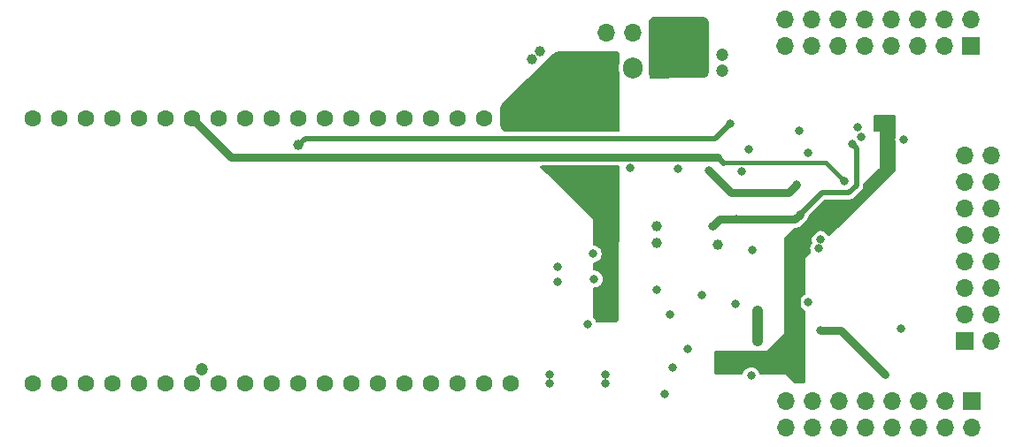
<source format=gbr>
%TF.GenerationSoftware,KiCad,Pcbnew,(6.0.5-0)*%
%TF.CreationDate,2022-06-25T13:44:39+01:00*%
%TF.ProjectId,revised_minh_design,72657669-7365-4645-9f6d-696e685f6465,rev?*%
%TF.SameCoordinates,Original*%
%TF.FileFunction,Copper,L3,Inr*%
%TF.FilePolarity,Positive*%
%FSLAX46Y46*%
G04 Gerber Fmt 4.6, Leading zero omitted, Abs format (unit mm)*
G04 Created by KiCad (PCBNEW (6.0.5-0)) date 2022-06-25 13:44:39*
%MOMM*%
%LPD*%
G01*
G04 APERTURE LIST*
%TA.AperFunction,ComponentPad*%
%ADD10O,1.700000X1.700000*%
%TD*%
%TA.AperFunction,ComponentPad*%
%ADD11R,1.700000X1.700000*%
%TD*%
%TA.AperFunction,ComponentPad*%
%ADD12R,1.905000X2.000000*%
%TD*%
%TA.AperFunction,ComponentPad*%
%ADD13O,1.905000X2.000000*%
%TD*%
%TA.AperFunction,ComponentPad*%
%ADD14C,1.600000*%
%TD*%
%TA.AperFunction,ViaPad*%
%ADD15C,0.800000*%
%TD*%
%TA.AperFunction,ViaPad*%
%ADD16C,1.200000*%
%TD*%
%TA.AperFunction,ViaPad*%
%ADD17C,1.000000*%
%TD*%
%TA.AperFunction,Conductor*%
%ADD18C,0.800000*%
%TD*%
%TA.AperFunction,Conductor*%
%ADD19C,0.600000*%
%TD*%
%TA.AperFunction,Conductor*%
%ADD20C,1.000000*%
%TD*%
%TA.AperFunction,Conductor*%
%ADD21C,1.200000*%
%TD*%
%TA.AperFunction,Conductor*%
%ADD22C,0.500000*%
%TD*%
%TA.AperFunction,Conductor*%
%ADD23C,0.250000*%
%TD*%
%TA.AperFunction,Conductor*%
%ADD24C,0.400000*%
%TD*%
G04 APERTURE END LIST*
D10*
%TO.N,Earth*%
%TO.C,J4*%
X124079000Y-79375000D03*
%TO.N,VoutA*%
X124079000Y-76835000D03*
%TO.N,Earth*%
X126619000Y-79375000D03*
%TO.N,VoutC*%
X126619000Y-76835000D03*
%TO.N,Earth*%
X129159000Y-79375000D03*
%TO.N,VoutE*%
X129159000Y-76835000D03*
%TO.N,Earth*%
X131699000Y-79375000D03*
%TO.N,VoutG*%
X131699000Y-76835000D03*
%TO.N,Earth*%
X134239000Y-79375000D03*
%TO.N,VoutH*%
X134239000Y-76835000D03*
%TO.N,Earth*%
X136779000Y-79375000D03*
%TO.N,VoutF*%
X136779000Y-76835000D03*
%TO.N,Earth*%
X139319000Y-79375000D03*
%TO.N,VoutD*%
X139319000Y-76835000D03*
%TO.N,Earth*%
X141859000Y-79375000D03*
D11*
%TO.N,VoutB*%
X141859000Y-76835000D03*
%TD*%
%TO.N,ADC2_1*%
%TO.C,J3*%
X141204000Y-71105000D03*
D10*
%TO.N,Earth*%
X143744000Y-71105000D03*
%TO.N,ADC2_2*%
X141204000Y-68565000D03*
%TO.N,Earth*%
X143744000Y-68565000D03*
%TO.N,ADC2_3*%
X141204000Y-66025000D03*
%TO.N,Earth*%
X143744000Y-66025000D03*
%TO.N,ADC2_4*%
X141204000Y-63485000D03*
%TO.N,Earth*%
X143744000Y-63485000D03*
%TO.N,ADC2_5*%
X141204000Y-60945000D03*
%TO.N,Earth*%
X143744000Y-60945000D03*
%TO.N,ADC2_6*%
X141204000Y-58405000D03*
%TO.N,Earth*%
X143744000Y-58405000D03*
%TO.N,ADC2_7*%
X141204000Y-55865000D03*
%TO.N,Earth*%
X143744000Y-55865000D03*
%TO.N,ADC2_8*%
X141204000Y-53325000D03*
%TO.N,Earth*%
X143744000Y-53325000D03*
%TD*%
D11*
%TO.N,ADC1_1*%
%TO.C,J2*%
X141844000Y-42799000D03*
D10*
%TO.N,Earth*%
X141844000Y-40259000D03*
%TO.N,ADC1_2*%
X139304000Y-42799000D03*
%TO.N,Earth*%
X139304000Y-40259000D03*
%TO.N,ADC1_3*%
X136764000Y-42799000D03*
%TO.N,Earth*%
X136764000Y-40259000D03*
%TO.N,ADC1_4*%
X134224000Y-42799000D03*
%TO.N,Earth*%
X134224000Y-40259000D03*
%TO.N,ADC1_5*%
X131684000Y-42799000D03*
%TO.N,Earth*%
X131684000Y-40259000D03*
%TO.N,ADC1_6*%
X129144000Y-42799000D03*
%TO.N,Earth*%
X129144000Y-40259000D03*
%TO.N,ADC1_7*%
X126604000Y-42799000D03*
%TO.N,Earth*%
X126604000Y-40259000D03*
%TO.N,ADC1_8*%
X124064000Y-42799000D03*
%TO.N,Earth*%
X124064000Y-40259000D03*
%TD*%
D12*
%TO.N,+12V*%
%TO.C,U2*%
X112014000Y-44902000D03*
D13*
%TO.N,Earth*%
X109474000Y-44902000D03*
%TO.N,+5V*%
X106934000Y-44902000D03*
%TD*%
D11*
%TO.N,+12V*%
%TO.C,J1*%
X112014000Y-41529000D03*
D10*
%TO.N,Earth*%
X109474000Y-41529000D03*
X106934000Y-41529000D03*
%TD*%
D14*
%TO.N,unconnected-(U1-Pad1)*%
%TO.C,U1*%
X97785000Y-75184000D03*
%TO.N,unconnected-(U1-Pad2)*%
X95245000Y-75184000D03*
%TO.N,unconnected-(U1-Pad3)*%
X92705000Y-75184000D03*
%TO.N,unconnected-(U1-Pad4)*%
X90165000Y-75184000D03*
%TO.N,unconnected-(U1-Pad5)*%
X87625000Y-75184000D03*
%TO.N,unconnected-(U1-Pad6)*%
X85085000Y-75184000D03*
%TO.N,unconnected-(U1-Pad7)*%
X82545000Y-75184000D03*
%TO.N,LDAC*%
X80005000Y-75184000D03*
%TO.N,~{CLR}*%
X77465000Y-75184000D03*
%TO.N,unconnected-(U1-Pad10)*%
X74925000Y-75184000D03*
%TO.N,unconnected-(U1-Pad11)*%
X72385000Y-75184000D03*
%TO.N,unconnected-(U1-Pad12)*%
X69845000Y-75184000D03*
%TO.N,Earth*%
X67305000Y-75184000D03*
%TO.N,unconnected-(U1-Pad14)*%
X64765000Y-75184000D03*
%TO.N,unconnected-(U1-Pad15)*%
X62225000Y-75184000D03*
%TO.N,unconnected-(U1-Pad16)*%
X59685000Y-75184000D03*
%TO.N,unconnected-(U1-Pad17)*%
X57145000Y-75184000D03*
%TO.N,unconnected-(U1-Pad18)*%
X54605000Y-75184000D03*
%TO.N,Earth*%
X52065000Y-75184000D03*
%TO.N,unconnected-(U1-Pad20)*%
X52102143Y-49789715D03*
%TO.N,unconnected-(U1-Pad21)*%
X54599014Y-49789715D03*
%TO.N,unconnected-(U1-Pad22)*%
X57145000Y-49784000D03*
%TO.N,unconnected-(U1-Pad23)*%
X59713572Y-49789715D03*
%TO.N,unconnected-(U1-Pad24)*%
X62250715Y-49789715D03*
%TO.N,MDAT*%
X64765000Y-49784000D03*
%TO.N,~{ADC2_CS}*%
X67305000Y-49784000D03*
%TO.N,~{ADC1_CS}*%
X69845000Y-49784000D03*
%TO.N,unconnected-(U1-Pad28)*%
X72385000Y-49784000D03*
%TO.N,unconnected-(U1-Pad29)*%
X74925000Y-49784000D03*
%TO.N,~{DAC_CS}*%
X77465000Y-49784000D03*
%TO.N,SK*%
X80010715Y-49789715D03*
%TO.N,SI*%
X82547858Y-49789715D03*
%TO.N,Earth*%
X85085000Y-49784000D03*
%TO.N,SO*%
X87625000Y-49784000D03*
%TO.N,unconnected-(U1-Pad35)*%
X90165000Y-49784000D03*
%TO.N,unconnected-(U1-Pad36)*%
X92705000Y-49784000D03*
%TO.N,unconnected-(U1-Pad37)*%
X95245000Y-49784000D03*
%TO.N,+5V*%
X97785000Y-49784000D03*
%TD*%
D15*
%TO.N,Earth*%
X127254000Y-62230011D03*
X106807000Y-75184000D03*
X130937000Y-50594500D03*
D16*
X117983000Y-43688000D03*
D15*
X113284000Y-73660000D03*
X126259500Y-67399500D03*
X127381000Y-61349500D03*
X113792000Y-54610000D03*
D17*
X117602000Y-61849000D03*
D15*
X102305000Y-65405000D03*
D16*
X117983000Y-45212000D03*
D15*
X114681000Y-71844489D03*
X105156000Y-69469000D03*
X101473000Y-75184000D03*
X101473000Y-74295000D03*
X126238000Y-53086000D03*
X105778495Y-65149065D03*
D16*
X68199000Y-73787000D03*
D17*
X100584000Y-43307000D03*
D15*
X105664000Y-62738000D03*
X120523000Y-52705000D03*
X119253000Y-67564000D03*
X106807000Y-74295000D03*
X102305000Y-64008000D03*
X125391819Y-50949902D03*
X112522000Y-76200000D03*
X113030000Y-68585009D03*
X135143100Y-69860114D03*
X116078000Y-66675000D03*
X135382000Y-51816000D03*
X120904000Y-62357000D03*
X120777923Y-74417599D03*
X119888000Y-54864000D03*
D17*
X99822000Y-44069000D03*
X111760000Y-61722000D03*
X111760000Y-60071000D03*
D15*
X131318000Y-51562000D03*
X109220000Y-54466500D03*
X111760000Y-66167000D03*
%TO.N,+5V*%
X102235000Y-54864000D03*
D16*
X102362000Y-44831000D03*
D15*
X107696000Y-62738000D03*
%TO.N,+3.3VA*%
X130429000Y-52197000D03*
X119380000Y-59436000D03*
X125466083Y-58950433D03*
X117094000Y-60071000D03*
%TO.N,+3.3VDAC*%
X133604000Y-50038000D03*
X125349000Y-74549000D03*
X118237000Y-72898000D03*
X128016000Y-58039000D03*
%TO.N,CLK*%
X116713000Y-54737000D03*
X125095000Y-56134000D03*
%TO.N,LDAC*%
X121412000Y-71120000D03*
X121412000Y-68199000D03*
%TO.N,~{CLR}*%
X127381000Y-70034020D03*
X133604000Y-74295000D03*
%TO.N,MDAT*%
X118745000Y-50292000D03*
D17*
X77470000Y-52324000D03*
D15*
%TO.N,~{ADC2_CS}*%
X129667000Y-55753000D03*
%TD*%
D18*
%TO.N,~{ADC2_CS}*%
X70988000Y-53467000D02*
X67305000Y-49784000D01*
X117602000Y-53467000D02*
X70988000Y-53467000D01*
D19*
X118110000Y-53975000D02*
X117602000Y-53467000D01*
%TO.N,+5V*%
X102235000Y-54864000D02*
X107696000Y-60325000D01*
X107696000Y-60325000D02*
X107696000Y-62738000D01*
D20*
X102362000Y-44831000D02*
X102362000Y-45207000D01*
D21*
X102362000Y-45207000D02*
X97785000Y-49784000D01*
D18*
%TO.N,+3.3VA*%
X117729000Y-59436000D02*
X117094000Y-60071000D01*
X119380000Y-59436000D02*
X117729000Y-59436000D01*
D22*
X127560005Y-56856511D02*
X130155296Y-56856511D01*
D18*
X120777000Y-59436000D02*
X119380000Y-59436000D01*
D22*
X130859073Y-52627073D02*
X130429000Y-52197000D01*
D18*
X124980516Y-59436000D02*
X125466083Y-58950433D01*
D22*
X130859073Y-56152734D02*
X130859073Y-52627073D01*
X130155296Y-56856511D02*
X130859073Y-56152734D01*
X125466083Y-58950433D02*
X127560005Y-56856511D01*
D18*
X120777000Y-59436000D02*
X124980516Y-59436000D01*
D23*
%TO.N,+3.3VDAC*%
X127381000Y-58674000D02*
X127381000Y-60071000D01*
X134112000Y-54356000D02*
X130302000Y-58166000D01*
X127381000Y-60071000D02*
X125349000Y-62103000D01*
X128016000Y-58039000D02*
X127381000Y-58674000D01*
X130302000Y-58166000D02*
X128143000Y-58166000D01*
X118237000Y-72898000D02*
X123698000Y-72898000D01*
X125349000Y-62103000D02*
X125349000Y-74549000D01*
X134112000Y-50546000D02*
X134112000Y-54356000D01*
X128143000Y-58166000D02*
X128016000Y-58039000D01*
X123698000Y-72898000D02*
X125349000Y-74549000D01*
X133604000Y-50038000D02*
X134112000Y-50546000D01*
D18*
%TO.N,CLK*%
X118872000Y-56896000D02*
X124333000Y-56896000D01*
X116713000Y-54737000D02*
X118872000Y-56896000D01*
X124333000Y-56896000D02*
X125095000Y-56134000D01*
D20*
%TO.N,LDAC*%
X121412000Y-68199000D02*
X121412000Y-71120000D01*
D18*
%TO.N,~{CLR}*%
X127381000Y-70034020D02*
X129343020Y-70034020D01*
X129343020Y-70034020D02*
X133604000Y-74295000D01*
D22*
%TO.N,MDAT*%
X78105000Y-51689000D02*
X77470000Y-52324000D01*
X118745000Y-50292000D02*
X117348000Y-51689000D01*
X117348000Y-51689000D02*
X78105000Y-51689000D01*
D24*
%TO.N,~{ADC2_CS}*%
X127889000Y-53975000D02*
X129667000Y-55753000D01*
X118110000Y-53975000D02*
X127889000Y-53975000D01*
%TD*%
%TA.AperFunction,Conductor*%
%TO.N,+12V*%
G36*
X116220949Y-40006307D02*
G01*
X116325761Y-40020060D01*
X116357547Y-40028564D01*
X116447528Y-40065800D01*
X116476024Y-40082240D01*
X116553299Y-40141503D01*
X116576568Y-40164762D01*
X116635864Y-40242009D01*
X116652319Y-40270501D01*
X116689593Y-40360463D01*
X116698111Y-40392244D01*
X116711912Y-40497054D01*
X116712990Y-40513506D01*
X116712892Y-45338603D01*
X116711814Y-45355044D01*
X116698027Y-45459783D01*
X116689519Y-45491545D01*
X116652284Y-45581465D01*
X116635846Y-45609945D01*
X116576618Y-45687161D01*
X116553372Y-45710418D01*
X116476174Y-45769686D01*
X116447702Y-45786135D01*
X116357806Y-45823407D01*
X116326048Y-45831930D01*
X116221310Y-45845765D01*
X116204871Y-45846850D01*
X113549080Y-45848081D01*
X111506405Y-45849027D01*
X111489954Y-45847956D01*
X111433252Y-45840516D01*
X111385135Y-45834202D01*
X111353354Y-45825699D01*
X111263375Y-45788464D01*
X111234875Y-45772022D01*
X111157602Y-45712759D01*
X111134332Y-45689498D01*
X111075036Y-45612250D01*
X111058581Y-45583759D01*
X111057631Y-45581465D01*
X111021307Y-45493794D01*
X111012790Y-45462017D01*
X110998990Y-45357205D01*
X110997912Y-45340753D01*
X110998055Y-40515656D01*
X110999133Y-40499215D01*
X111012921Y-40394475D01*
X111021430Y-40362712D01*
X111058665Y-40272796D01*
X111075102Y-40244318D01*
X111134331Y-40167101D01*
X111157577Y-40143845D01*
X111234773Y-40084578D01*
X111263245Y-40068128D01*
X111353149Y-40030853D01*
X111384901Y-40022333D01*
X111431730Y-40016147D01*
X111489639Y-40008498D01*
X111506077Y-40007413D01*
X112966884Y-40006736D01*
X116204498Y-40005236D01*
X116220949Y-40006307D01*
G37*
%TD.AperFunction*%
%TD*%
%TA.AperFunction,Conductor*%
%TO.N,+5V*%
G36*
X108146121Y-54293902D02*
G01*
X108192614Y-54347558D01*
X108204000Y-54399900D01*
X108204000Y-57534672D01*
X108203998Y-57535364D01*
X108201255Y-58034691D01*
X108201250Y-58035219D01*
X108123033Y-65153027D01*
X108080316Y-69040232D01*
X108059567Y-69108128D01*
X108042928Y-69128431D01*
X107863817Y-69305584D01*
X107801319Y-69339266D01*
X107775213Y-69342000D01*
X106055791Y-69342000D01*
X105987670Y-69321998D01*
X105941177Y-69268342D01*
X105936800Y-69257437D01*
X105890612Y-69124802D01*
X105890610Y-69124799D01*
X105888293Y-69118144D01*
X105792364Y-68964624D01*
X105787398Y-68959623D01*
X105700595Y-68872212D01*
X105666787Y-68809782D01*
X105664000Y-68783428D01*
X105664000Y-66084819D01*
X105684002Y-66016698D01*
X105737658Y-65970205D01*
X105778580Y-65959338D01*
X105911246Y-65947264D01*
X105941771Y-65944486D01*
X105948471Y-65942309D01*
X105948476Y-65942308D01*
X106107239Y-65890723D01*
X106107242Y-65890722D01*
X106113938Y-65888546D01*
X106269433Y-65795852D01*
X106274527Y-65791001D01*
X106274531Y-65790998D01*
X106346291Y-65722661D01*
X106400528Y-65671012D01*
X106500706Y-65520231D01*
X106564990Y-65351003D01*
X106569644Y-65317891D01*
X106589633Y-65175662D01*
X106589634Y-65175654D01*
X106590184Y-65171738D01*
X106590501Y-65149065D01*
X106570322Y-64969166D01*
X106510788Y-64798209D01*
X106414859Y-64644689D01*
X106300915Y-64529947D01*
X106292264Y-64521235D01*
X106292260Y-64521232D01*
X106287301Y-64516238D01*
X106134455Y-64419239D01*
X106080280Y-64399948D01*
X105970551Y-64360875D01*
X105970549Y-64360874D01*
X105963917Y-64358513D01*
X105956931Y-64357680D01*
X105956927Y-64357679D01*
X105791159Y-64337913D01*
X105791158Y-64337913D01*
X105784164Y-64337079D01*
X105784242Y-64336428D01*
X105721146Y-64317425D01*
X105675026Y-64263448D01*
X105664000Y-64211902D01*
X105664000Y-63663334D01*
X105684002Y-63595213D01*
X105737658Y-63548720D01*
X105778579Y-63537853D01*
X105820256Y-63534060D01*
X105820257Y-63534060D01*
X105827276Y-63533421D01*
X105861783Y-63522209D01*
X105992744Y-63479658D01*
X105992747Y-63479657D01*
X105999443Y-63477481D01*
X106154938Y-63384787D01*
X106160032Y-63379936D01*
X106160036Y-63379933D01*
X106231796Y-63311596D01*
X106286033Y-63259947D01*
X106386211Y-63109166D01*
X106450495Y-62939938D01*
X106475689Y-62760673D01*
X106476006Y-62738000D01*
X106455827Y-62558101D01*
X106396293Y-62387144D01*
X106300364Y-62233624D01*
X106236863Y-62169679D01*
X106177769Y-62110170D01*
X106177765Y-62110167D01*
X106172806Y-62105173D01*
X106019960Y-62008174D01*
X105965785Y-61988883D01*
X105856056Y-61949810D01*
X105856054Y-61949809D01*
X105849422Y-61947448D01*
X105803157Y-61941931D01*
X105775080Y-61938583D01*
X105709807Y-61910655D01*
X105669995Y-61851872D01*
X105664000Y-61813469D01*
X105664000Y-59436000D01*
X101219000Y-55054500D01*
X100645948Y-54489634D01*
X100611475Y-54427568D01*
X100616031Y-54356718D01*
X100658167Y-54299578D01*
X100724507Y-54274289D01*
X100734400Y-54273900D01*
X108078000Y-54273900D01*
X108146121Y-54293902D01*
G37*
%TD.AperFunction*%
%TA.AperFunction,Conductor*%
G36*
X107969931Y-43327002D02*
G01*
X107990905Y-43343905D01*
X108167095Y-43520095D01*
X108201121Y-43582407D01*
X108204000Y-43609190D01*
X108204000Y-44346871D01*
X108196439Y-44389862D01*
X108178276Y-44439901D01*
X108156791Y-44499090D01*
X108155842Y-44504339D01*
X108155841Y-44504342D01*
X108116478Y-44722023D01*
X108116477Y-44722030D01*
X108115740Y-44726107D01*
X108114600Y-44750280D01*
X108114600Y-45007425D01*
X108129190Y-45179373D01*
X108130528Y-45184528D01*
X108130529Y-45184534D01*
X108161773Y-45304910D01*
X108187147Y-45402672D01*
X108192883Y-45415405D01*
X108204000Y-45467153D01*
X108204000Y-50906100D01*
X108183998Y-50974221D01*
X108130342Y-51020714D01*
X108078000Y-51032100D01*
X97189965Y-51032100D01*
X97121844Y-51012098D01*
X97101513Y-50995834D01*
X97079587Y-50974221D01*
X96970061Y-50866260D01*
X96942279Y-50825163D01*
X96783765Y-50446336D01*
X96774000Y-50397700D01*
X96774000Y-48789458D01*
X96783884Y-48740540D01*
X96943010Y-48362827D01*
X96971109Y-48321585D01*
X101851902Y-43557000D01*
X101911456Y-43498865D01*
X101951953Y-43472332D01*
X102335153Y-43316303D01*
X102382668Y-43307000D01*
X107901810Y-43307000D01*
X107969931Y-43327002D01*
G37*
%TD.AperFunction*%
%TD*%
%TA.AperFunction,Conductor*%
%TO.N,+3.3VDAC*%
G36*
X134382170Y-49405421D02*
G01*
X134406073Y-49410175D01*
X134441091Y-49417141D01*
X134486510Y-49435954D01*
X134506329Y-49449196D01*
X134525939Y-49462300D01*
X134560700Y-49497061D01*
X134587045Y-49536488D01*
X134605860Y-49581911D01*
X134617579Y-49640830D01*
X134620000Y-49665410D01*
X134620000Y-51528011D01*
X134612401Y-51571105D01*
X134592762Y-51625063D01*
X134570073Y-51804663D01*
X134587738Y-51984826D01*
X134589962Y-51991511D01*
X134613558Y-52062444D01*
X134620000Y-52102216D01*
X134620000Y-54621037D01*
X134617579Y-54645618D01*
X134605860Y-54704535D01*
X134587046Y-54749956D01*
X134553670Y-54799907D01*
X134538000Y-54819000D01*
X130683000Y-58674000D01*
X130679609Y-58677676D01*
X130679587Y-58677699D01*
X130679401Y-58677900D01*
X130679340Y-58677966D01*
X129623825Y-59822078D01*
X129621916Y-59824102D01*
X129617052Y-59829142D01*
X129613050Y-59833107D01*
X129607936Y-59837951D01*
X129605880Y-59839854D01*
X129118320Y-60281277D01*
X128301765Y-61020562D01*
X128237842Y-61051454D01*
X128167365Y-61042883D01*
X128110345Y-60993926D01*
X128021097Y-60851098D01*
X128017364Y-60845124D01*
X127945989Y-60773249D01*
X127894769Y-60721670D01*
X127894765Y-60721667D01*
X127889806Y-60716673D01*
X127872894Y-60705940D01*
X127811617Y-60667053D01*
X127736960Y-60619674D01*
X127661902Y-60592947D01*
X127573056Y-60561310D01*
X127573054Y-60561309D01*
X127566422Y-60558948D01*
X127559436Y-60558115D01*
X127559432Y-60558114D01*
X127430752Y-60542771D01*
X127386669Y-60537514D01*
X127379666Y-60538250D01*
X127379665Y-60538250D01*
X127333310Y-60543122D01*
X127206634Y-60556436D01*
X127199966Y-60558706D01*
X127041932Y-60612505D01*
X127041929Y-60612506D01*
X127035265Y-60614775D01*
X126881079Y-60709631D01*
X126876048Y-60714558D01*
X126876045Y-60714560D01*
X126825469Y-60764088D01*
X126751740Y-60836288D01*
X126653677Y-60988454D01*
X126651268Y-60995074D01*
X126651267Y-60995075D01*
X126594337Y-61151489D01*
X126591762Y-61158563D01*
X126569073Y-61338163D01*
X126586738Y-61518326D01*
X126601911Y-61563936D01*
X126624166Y-61630838D01*
X126626689Y-61701790D01*
X126610521Y-61738863D01*
X126526677Y-61868965D01*
X126524268Y-61875585D01*
X126524267Y-61875586D01*
X126467171Y-62032455D01*
X126464762Y-62039074D01*
X126442073Y-62218674D01*
X126459738Y-62398837D01*
X126461962Y-62405522D01*
X126507788Y-62543281D01*
X126510311Y-62614233D01*
X126472796Y-62676458D01*
X125984000Y-63119000D01*
X125984000Y-66552630D01*
X125963998Y-66620751D01*
X125913781Y-66664769D01*
X125913765Y-66664775D01*
X125759579Y-66759631D01*
X125754548Y-66764558D01*
X125754545Y-66764560D01*
X125745469Y-66773448D01*
X125630240Y-66886288D01*
X125532177Y-67038454D01*
X125470262Y-67208563D01*
X125447573Y-67388163D01*
X125465238Y-67568326D01*
X125522379Y-67740098D01*
X125526026Y-67746120D01*
X125526027Y-67746122D01*
X125575674Y-67828099D01*
X125616156Y-67894942D01*
X125741908Y-68025161D01*
X125893385Y-68124285D01*
X125899985Y-68126740D01*
X125899988Y-68126741D01*
X125901926Y-68127462D01*
X125902992Y-68128259D01*
X125906275Y-68129917D01*
X125905984Y-68130494D01*
X125958800Y-68169957D01*
X125983671Y-68236455D01*
X125984000Y-68245557D01*
X125984000Y-74921590D01*
X125981579Y-74946170D01*
X125969860Y-75005089D01*
X125951045Y-75050512D01*
X125924700Y-75089939D01*
X125889939Y-75124700D01*
X125870329Y-75137804D01*
X125850510Y-75151046D01*
X125805091Y-75169859D01*
X125770073Y-75176825D01*
X125746170Y-75181579D01*
X125721590Y-75184000D01*
X125083963Y-75184000D01*
X125059382Y-75181579D01*
X125054254Y-75180559D01*
X125000464Y-75169859D01*
X124955044Y-75151046D01*
X124905093Y-75117670D01*
X124886000Y-75102000D01*
X124079000Y-74295000D01*
X121679247Y-74295000D01*
X121611126Y-74274998D01*
X121564633Y-74221342D01*
X121560256Y-74210438D01*
X121556948Y-74200939D01*
X121510216Y-74066743D01*
X121414287Y-73913223D01*
X121334343Y-73832719D01*
X121291692Y-73789769D01*
X121291688Y-73789766D01*
X121286729Y-73784772D01*
X121269817Y-73774039D01*
X121207779Y-73734669D01*
X121133883Y-73687773D01*
X121059533Y-73661298D01*
X120969979Y-73629409D01*
X120969977Y-73629408D01*
X120963345Y-73627047D01*
X120956359Y-73626214D01*
X120956355Y-73626213D01*
X120827675Y-73610870D01*
X120783592Y-73605613D01*
X120776589Y-73606349D01*
X120776588Y-73606349D01*
X120730233Y-73611221D01*
X120603557Y-73624535D01*
X120596889Y-73626805D01*
X120438855Y-73680604D01*
X120438852Y-73680605D01*
X120432188Y-73682874D01*
X120278002Y-73777730D01*
X120272971Y-73782657D01*
X120272968Y-73782659D01*
X120221849Y-73832719D01*
X120148663Y-73904387D01*
X120050600Y-74056553D01*
X120048191Y-74063173D01*
X120048190Y-74063174D01*
X119993987Y-74212095D01*
X119951893Y-74269266D01*
X119885571Y-74294604D01*
X119875586Y-74295000D01*
X117483410Y-74295000D01*
X117458830Y-74292579D01*
X117434927Y-74287825D01*
X117399909Y-74280859D01*
X117354490Y-74262046D01*
X117334671Y-74248804D01*
X117315061Y-74235700D01*
X117280300Y-74200939D01*
X117253955Y-74161512D01*
X117235140Y-74116089D01*
X117223421Y-74057170D01*
X117221000Y-74032590D01*
X117221000Y-72271410D01*
X117223421Y-72246830D01*
X117235140Y-72187911D01*
X117253955Y-72142488D01*
X117280300Y-72103061D01*
X117315061Y-72068300D01*
X117334671Y-72055196D01*
X117354490Y-72041954D01*
X117399909Y-72023141D01*
X117434927Y-72016175D01*
X117458830Y-72011421D01*
X117483410Y-72009000D01*
X121219223Y-72009000D01*
X121245420Y-72011753D01*
X121310224Y-72025528D01*
X121310228Y-72025528D01*
X121316681Y-72026900D01*
X121507319Y-72026900D01*
X121513772Y-72025528D01*
X121513776Y-72025528D01*
X121578580Y-72011753D01*
X121604777Y-72009000D01*
X122301000Y-72009000D01*
X123952000Y-70358000D01*
X123952000Y-61327312D01*
X123954321Y-61303237D01*
X123965568Y-61245459D01*
X123983629Y-61200826D01*
X124006575Y-61165553D01*
X124015725Y-61151489D01*
X124030797Y-61132576D01*
X124109303Y-61051454D01*
X124854636Y-60281277D01*
X124916381Y-60246235D01*
X124945179Y-60242900D01*
X124971271Y-60242900D01*
X124972591Y-60242907D01*
X125062574Y-60243850D01*
X125104864Y-60234706D01*
X125117431Y-60232648D01*
X125145349Y-60229517D01*
X125153417Y-60228612D01*
X125153418Y-60228612D01*
X125160415Y-60227827D01*
X125192018Y-60216822D01*
X125206814Y-60212663D01*
X125232626Y-60207082D01*
X125232625Y-60207082D01*
X125239513Y-60205593D01*
X125245898Y-60202616D01*
X125245900Y-60202615D01*
X125278713Y-60187314D01*
X125290524Y-60182518D01*
X125331372Y-60168293D01*
X125337347Y-60164559D01*
X125337352Y-60164557D01*
X125359744Y-60150565D01*
X125373258Y-60143227D01*
X125403579Y-60129088D01*
X125409150Y-60124767D01*
X125437750Y-60102583D01*
X125448207Y-60095288D01*
X125478914Y-60076100D01*
X125478918Y-60076097D01*
X125484892Y-60072364D01*
X125513638Y-60043818D01*
X125514264Y-60043233D01*
X125514927Y-60042718D01*
X125540847Y-60016798D01*
X125613343Y-59944806D01*
X125614000Y-59943771D01*
X125615098Y-59942547D01*
X126027251Y-59530394D01*
X126029454Y-59528243D01*
X126065029Y-59494365D01*
X126088116Y-59472380D01*
X126115661Y-59430921D01*
X126122138Y-59422039D01*
X126148800Y-59388641D01*
X126148803Y-59388636D01*
X126153197Y-59383132D01*
X126164913Y-59358896D01*
X126173401Y-59344015D01*
X126184398Y-59327463D01*
X126188294Y-59321599D01*
X126205972Y-59275062D01*
X126210320Y-59264966D01*
X126228918Y-59226495D01*
X126228919Y-59226493D01*
X126231985Y-59220150D01*
X126238038Y-59193931D01*
X126243022Y-59177529D01*
X126250074Y-59158965D01*
X126250076Y-59158958D01*
X126252578Y-59152371D01*
X126256430Y-59124963D01*
X126285718Y-59060289D01*
X126292109Y-59053404D01*
X127795197Y-57550316D01*
X127857509Y-57516290D01*
X127884292Y-57513411D01*
X130073452Y-57513411D01*
X130085262Y-57513968D01*
X130092985Y-57515694D01*
X130100910Y-57515445D01*
X130100911Y-57515445D01*
X130163648Y-57513473D01*
X130167606Y-57513411D01*
X130196624Y-57513411D01*
X130200559Y-57512914D01*
X130200988Y-57512860D01*
X130212824Y-57511928D01*
X130258874Y-57510480D01*
X130279391Y-57504519D01*
X130298756Y-57500508D01*
X130303367Y-57499926D01*
X130312100Y-57498823D01*
X130312102Y-57498823D01*
X130319959Y-57497830D01*
X130327324Y-57494914D01*
X130327328Y-57494913D01*
X130362792Y-57480872D01*
X130374022Y-57477027D01*
X130410642Y-57466388D01*
X130418256Y-57464176D01*
X130436652Y-57453297D01*
X130454404Y-57444600D01*
X130456686Y-57443696D01*
X130474275Y-57436732D01*
X130511544Y-57409655D01*
X130521463Y-57403140D01*
X130554284Y-57383729D01*
X130554288Y-57383726D01*
X130561114Y-57379689D01*
X130576222Y-57364581D01*
X130591256Y-57351740D01*
X130602135Y-57343836D01*
X130608549Y-57339176D01*
X130637913Y-57303681D01*
X130645903Y-57294900D01*
X131265700Y-56675104D01*
X131274447Y-56667145D01*
X131281125Y-56662907D01*
X131329528Y-56611363D01*
X131332282Y-56608522D01*
X131352795Y-56588009D01*
X131355506Y-56584514D01*
X131363205Y-56575501D01*
X131389312Y-56547699D01*
X131394740Y-56541919D01*
X131405036Y-56523191D01*
X131415889Y-56506668D01*
X131417054Y-56505166D01*
X131428988Y-56489781D01*
X131447283Y-56447504D01*
X131452498Y-56436859D01*
X131474698Y-56396477D01*
X131480015Y-56375769D01*
X131486420Y-56357062D01*
X131487116Y-56355455D01*
X131494903Y-56337460D01*
X131502109Y-56291966D01*
X131504516Y-56280344D01*
X131514002Y-56243399D01*
X131514003Y-56243395D01*
X131515973Y-56235720D01*
X131515973Y-56214349D01*
X131517524Y-56194638D01*
X131519627Y-56181360D01*
X131520867Y-56173531D01*
X131516532Y-56127669D01*
X131515973Y-56115814D01*
X131515973Y-56048169D01*
X131535975Y-55980048D01*
X131554879Y-55957116D01*
X133014206Y-54561238D01*
X133014207Y-54561237D01*
X133096000Y-54483000D01*
X133096000Y-51054000D01*
X132723410Y-51054000D01*
X132698830Y-51051579D01*
X132674927Y-51046825D01*
X132639909Y-51039859D01*
X132594490Y-51021046D01*
X132574671Y-51007804D01*
X132555061Y-50994700D01*
X132520300Y-50959939D01*
X132493955Y-50920512D01*
X132475140Y-50875089D01*
X132463421Y-50816170D01*
X132461000Y-50791590D01*
X132461000Y-49665410D01*
X132463421Y-49640830D01*
X132475140Y-49581911D01*
X132493955Y-49536488D01*
X132520300Y-49497061D01*
X132555061Y-49462300D01*
X132574671Y-49449196D01*
X132594490Y-49435954D01*
X132639909Y-49417141D01*
X132674927Y-49410175D01*
X132698830Y-49405421D01*
X132723410Y-49403000D01*
X134357590Y-49403000D01*
X134382170Y-49405421D01*
G37*
%TD.AperFunction*%
%TD*%
M02*

</source>
